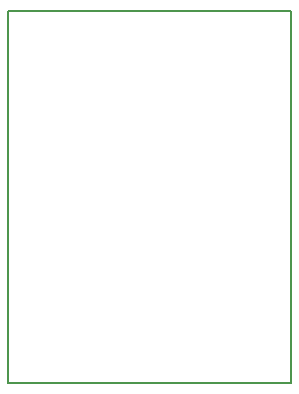
<source format=gbr>
%TF.GenerationSoftware,KiCad,Pcbnew,(5.0.2)-1*%
%TF.CreationDate,2019-02-28T15:11:48+01:00*%
%TF.ProjectId,STM32nano,53544d33-326e-4616-9e6f-2e6b69636164,rev?*%
%TF.SameCoordinates,Original*%
%TF.FileFunction,Profile,NP*%
%FSLAX46Y46*%
G04 Gerber Fmt 4.6, Leading zero omitted, Abs format (unit mm)*
G04 Created by KiCad (PCBNEW (5.0.2)-1) date 28/02/2019 15:11:48*
%MOMM*%
%LPD*%
G01*
G04 APERTURE LIST*
%ADD10C,0.200000*%
G04 APERTURE END LIST*
D10*
X122660000Y-116110000D02*
X122660000Y-84560000D01*
X146580000Y-116110000D02*
X122660000Y-116110000D01*
X146580000Y-84560000D02*
X146580000Y-116110000D01*
X122660000Y-84560000D02*
X146580000Y-84560000D01*
M02*

</source>
